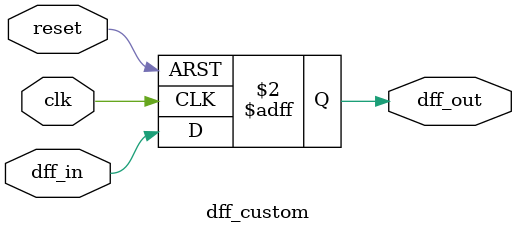
<source format=v>

module dff_custom(input clk, dff_in, reset, output reg dff_out);

	always @(posedge clk, posedge reset)begin
	if(reset)
		dff_out = 0;
	else
		dff_out = dff_in;
	end
	
endmodule

</source>
